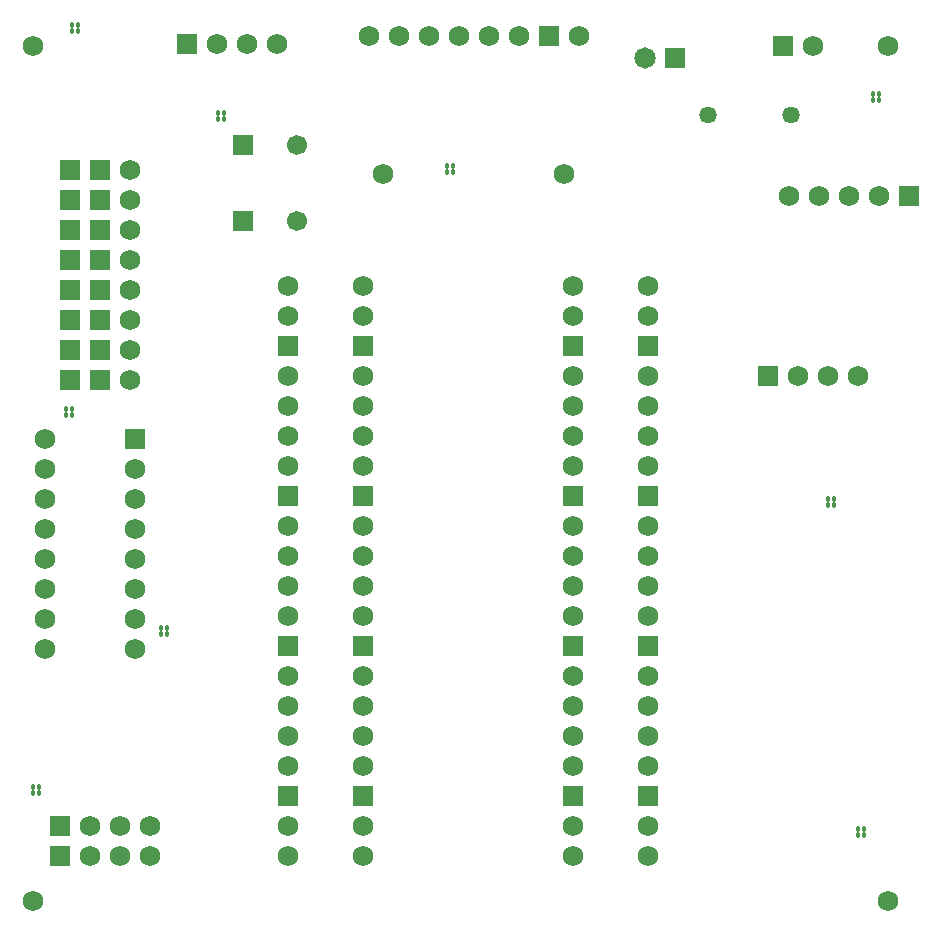
<source format=gbs>
G04*
G04 #@! TF.GenerationSoftware,Altium Limited,Altium Designer,24.0.1 (36)*
G04*
G04 Layer_Color=16711935*
%FSLAX25Y25*%
%MOIN*%
G70*
G04*
G04 #@! TF.SameCoordinates,A26AD350-1B62-4F7C-A742-23546F987C93*
G04*
G04*
G04 #@! TF.FilePolarity,Negative*
G04*
G01*
G75*
%ADD16R,0.06800X0.06800*%
%ADD17C,0.06800*%
%ADD18R,0.06698X0.06698*%
%ADD19C,0.06698*%
%ADD20C,0.05753*%
%ADD21R,0.07139X0.07139*%
%ADD22C,0.07139*%
%ADD23C,0.01800*%
D16*
X37500Y188500D02*
D03*
X27500D02*
D03*
Y198500D02*
D03*
X37500D02*
D03*
Y208500D02*
D03*
X27500D02*
D03*
Y218500D02*
D03*
X37500D02*
D03*
Y228500D02*
D03*
X27500D02*
D03*
Y238500D02*
D03*
X37500D02*
D03*
X27500Y248500D02*
D03*
X37500D02*
D03*
X27500Y258500D02*
D03*
X37500D02*
D03*
X24000Y30000D02*
D03*
Y40000D02*
D03*
X49000Y169000D02*
D03*
X307000Y250000D02*
D03*
X260000Y190000D02*
D03*
X195000Y50000D02*
D03*
X125000Y200000D02*
D03*
Y150000D02*
D03*
Y100000D02*
D03*
X195000Y200000D02*
D03*
Y100000D02*
D03*
Y150000D02*
D03*
X125000Y50000D02*
D03*
X100000Y150000D02*
D03*
Y100000D02*
D03*
Y50000D02*
D03*
Y200000D02*
D03*
X220000D02*
D03*
Y50000D02*
D03*
Y100000D02*
D03*
Y150000D02*
D03*
X187165Y303150D02*
D03*
X265000Y300000D02*
D03*
X66500Y300500D02*
D03*
D17*
X47500Y188500D02*
D03*
Y198500D02*
D03*
Y208500D02*
D03*
Y218500D02*
D03*
Y228500D02*
D03*
Y238500D02*
D03*
Y248500D02*
D03*
Y258500D02*
D03*
X34000Y30000D02*
D03*
X54000D02*
D03*
X44000D02*
D03*
X34000Y40000D02*
D03*
X54000D02*
D03*
X44000D02*
D03*
X19000Y99000D02*
D03*
Y109000D02*
D03*
Y129000D02*
D03*
Y139000D02*
D03*
Y149000D02*
D03*
X49000Y159000D02*
D03*
Y99000D02*
D03*
Y109000D02*
D03*
Y119000D02*
D03*
Y129000D02*
D03*
Y139000D02*
D03*
Y149000D02*
D03*
X19000Y169000D02*
D03*
Y159000D02*
D03*
Y119000D02*
D03*
X277000Y250000D02*
D03*
X287000D02*
D03*
X297000D02*
D03*
X267000D02*
D03*
X290000Y190000D02*
D03*
X280000D02*
D03*
X270000D02*
D03*
X195000Y30000D02*
D03*
Y40000D02*
D03*
Y60000D02*
D03*
Y70000D02*
D03*
Y80000D02*
D03*
X125000Y220000D02*
D03*
Y210000D02*
D03*
Y190000D02*
D03*
Y140000D02*
D03*
Y130000D02*
D03*
Y120000D02*
D03*
Y90000D02*
D03*
Y80000D02*
D03*
Y60000D02*
D03*
X195000Y220000D02*
D03*
Y210000D02*
D03*
Y190000D02*
D03*
Y180000D02*
D03*
Y170000D02*
D03*
Y160000D02*
D03*
Y110000D02*
D03*
Y90000D02*
D03*
Y120000D02*
D03*
Y140000D02*
D03*
Y130000D02*
D03*
X125000Y40000D02*
D03*
Y70000D02*
D03*
Y110000D02*
D03*
Y160000D02*
D03*
Y170000D02*
D03*
Y180000D02*
D03*
Y30000D02*
D03*
X100000Y160000D02*
D03*
Y120000D02*
D03*
Y140000D02*
D03*
Y130000D02*
D03*
Y110000D02*
D03*
Y90000D02*
D03*
Y80000D02*
D03*
Y70000D02*
D03*
Y60000D02*
D03*
Y30000D02*
D03*
Y40000D02*
D03*
Y170000D02*
D03*
Y180000D02*
D03*
Y190000D02*
D03*
Y210000D02*
D03*
Y220000D02*
D03*
X220000D02*
D03*
Y210000D02*
D03*
Y190000D02*
D03*
Y180000D02*
D03*
Y170000D02*
D03*
Y40000D02*
D03*
Y30000D02*
D03*
Y60000D02*
D03*
Y70000D02*
D03*
Y80000D02*
D03*
Y90000D02*
D03*
Y110000D02*
D03*
Y130000D02*
D03*
Y140000D02*
D03*
Y120000D02*
D03*
Y160000D02*
D03*
X131665Y257150D02*
D03*
X192165D02*
D03*
X197165Y303150D02*
D03*
X137165D02*
D03*
X127165D02*
D03*
X147165D02*
D03*
X157165D02*
D03*
X167165D02*
D03*
X177165D02*
D03*
X275000Y300000D02*
D03*
X86500Y300500D02*
D03*
X96500D02*
D03*
X76500D02*
D03*
X300000Y15000D02*
D03*
Y300000D02*
D03*
X15000Y15000D02*
D03*
Y300000D02*
D03*
D18*
X85283Y241409D02*
D03*
Y267000D02*
D03*
D19*
X103000Y241409D02*
D03*
Y267000D02*
D03*
D20*
X240220Y277000D02*
D03*
X267779D02*
D03*
D21*
X229000Y296000D02*
D03*
D22*
X219000D02*
D03*
D23*
X26000Y179000D02*
D03*
X28000D02*
D03*
X59787Y105732D02*
D03*
Y103732D02*
D03*
X57787Y105732D02*
D03*
Y103732D02*
D03*
X78740Y277590D02*
D03*
Y275590D02*
D03*
X76740Y277590D02*
D03*
Y275590D02*
D03*
X17000Y51000D02*
D03*
Y53000D02*
D03*
X15000Y51000D02*
D03*
Y53000D02*
D03*
X26000Y177000D02*
D03*
X295000Y284000D02*
D03*
X297000D02*
D03*
X295000Y282000D02*
D03*
X297000D02*
D03*
X290000Y39000D02*
D03*
X292000Y37000D02*
D03*
Y39000D02*
D03*
X290000Y37000D02*
D03*
X280000Y147000D02*
D03*
X282000Y149000D02*
D03*
Y147000D02*
D03*
X280000Y149000D02*
D03*
X30000Y305000D02*
D03*
X28000D02*
D03*
X30000Y307000D02*
D03*
X28000D02*
D03*
Y177000D02*
D03*
X155000Y258000D02*
D03*
X153000D02*
D03*
X155000Y260000D02*
D03*
X153000D02*
D03*
M02*

</source>
